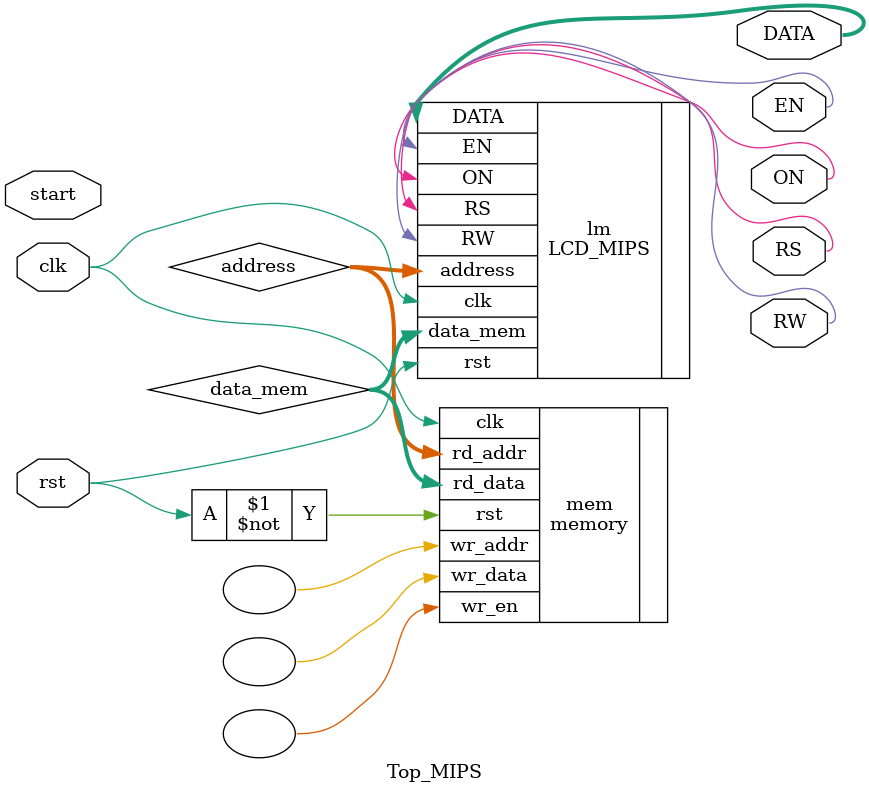
<source format=sv>
module Top_MIPS (
	input clk,
	input rst,
	input start,
	output [7:0] DATA,
	output RW, EN, RS, ON
);

logic [8:0] data_mem;
logic [5:0] address;

LCD_MIPS lm(
	.clk(clk),
	.rst(rst),
	.data_mem(data_mem),
	.DATA(DATA),
	.address(address),
	.RW(RW),
	.EN(EN),
	.RS(RS),
	.ON(ON)
);

memory mem(
	.clk(clk),
	.rst(~rst),
	.wr_addr(),
	.wr_en(),
	.wr_data(),
	.rd_addr(address),
	.rd_data(data_mem)
);

endmodule
</source>
